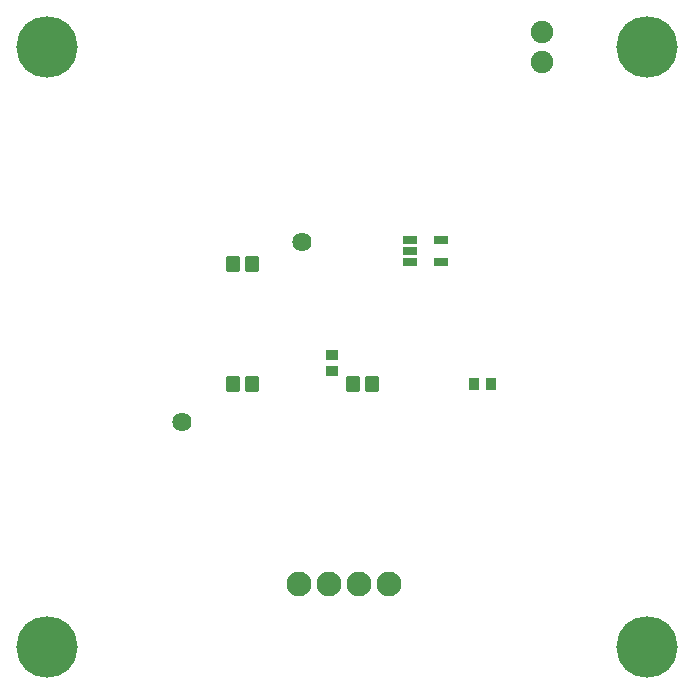
<source format=gts>
G04 Layer: TopSolderMaskLayer*
G04 EasyEDA v6.5.32, 2023-07-25 14:04:49*
G04 c9cfb0145de049638fc0d3ee16389aac,5a6b42c53f6a479593ecc07194224c93,10*
G04 Gerber Generator version 0.2*
G04 Scale: 100 percent, Rotated: No, Reflected: No *
G04 Dimensions in millimeters *
G04 leading zeros omitted , absolute positions ,4 integer and 5 decimal *
%FSLAX45Y45*%
%MOMM*%

%AMMACRO1*1,1,$1,$2,$3*1,1,$1,$4,$5*1,1,$1,0-$2,0-$3*1,1,$1,0-$4,0-$5*20,1,$1,$2,$3,$4,$5,0*20,1,$1,$4,$5,0-$2,0-$3,0*20,1,$1,0-$2,0-$3,0-$4,0-$5,0*20,1,$1,0-$4,0-$5,$2,$3,0*4,1,4,$2,$3,$4,$5,0-$2,0-$3,0-$4,0-$5,$2,$3,0*%
%ADD10MACRO1,0.2032X-0.5X0.55X0.5X0.55*%
%ADD11MACRO1,0.1016X-0.45X-0.4X-0.45X0.4*%
%ADD12MACRO1,0.1016X0.4X-0.45X-0.4X-0.45*%
%ADD13MACRO1,0.1016X0.5X-0.3X-0.5X-0.3*%
%ADD14C,5.2032*%
%ADD15C,1.9016*%
%ADD16C,1.6256*%
%ADD17C,2.1016*%

%LPD*%
D10*
G01*
X2112007Y2603500D03*
G01*
X1952007Y2603500D03*
G01*
X3128007Y2603500D03*
G01*
X2968007Y2603500D03*
D11*
G01*
X2794000Y2851299D03*
G01*
X2794000Y2711300D03*
D12*
G01*
X3994000Y2603500D03*
G01*
X4133999Y2603500D03*
D13*
G01*
X3711409Y3828796D03*
G01*
X3711409Y3638804D03*
G01*
X3451390Y3638804D03*
G01*
X3451390Y3733800D03*
G01*
X3451390Y3828796D03*
D10*
G01*
X2112007Y3619500D03*
G01*
X1952007Y3619500D03*
D14*
G01*
X381000Y5461000D03*
G01*
X5461000Y5461000D03*
G01*
X5461000Y381000D03*
G01*
X381000Y381000D03*
D15*
G01*
X4572000Y5588000D03*
G01*
X4572000Y5334000D03*
D16*
G01*
X1524000Y2285923D03*
G01*
X2540000Y3809923D03*
D17*
G01*
X3274186Y910793D03*
G01*
X2512186Y910793D03*
G01*
X2766186Y910793D03*
G01*
X3020186Y910793D03*
M02*

</source>
